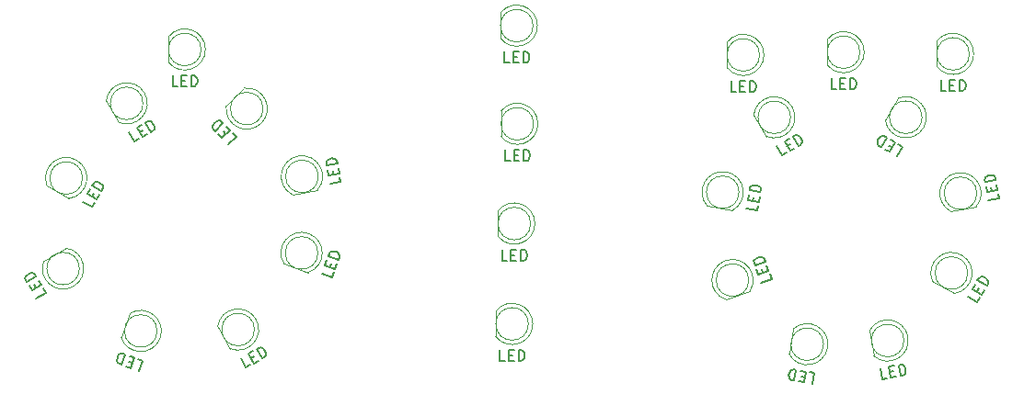
<source format=gbr>
%TF.GenerationSoftware,KiCad,Pcbnew,(6.0.7-1)-1*%
%TF.CreationDate,2023-10-29T11:35:46+10:00*%
%TF.ProjectId,HYD ISO Panel PCB V2,48594420-4953-44f2-9050-616e656c2050,rev?*%
%TF.SameCoordinates,Original*%
%TF.FileFunction,AssemblyDrawing,Top*%
%FSLAX46Y46*%
G04 Gerber Fmt 4.6, Leading zero omitted, Abs format (unit mm)*
G04 Created by KiCad (PCBNEW (6.0.7-1)-1) date 2023-10-29 11:35:46*
%MOMM*%
%LPD*%
G01*
G04 APERTURE LIST*
%ADD10C,0.150000*%
%ADD11C,0.100000*%
G04 APERTURE END LIST*
D10*
%TO.C,D1*%
X91052142Y-71562380D02*
X90575952Y-71562380D01*
X90575952Y-70562380D01*
X91385476Y-71038571D02*
X91718809Y-71038571D01*
X91861666Y-71562380D02*
X91385476Y-71562380D01*
X91385476Y-70562380D01*
X91861666Y-70562380D01*
X92290238Y-71562380D02*
X92290238Y-70562380D01*
X92528333Y-70562380D01*
X92671190Y-70610000D01*
X92766428Y-70705238D01*
X92814047Y-70800476D01*
X92861666Y-70990952D01*
X92861666Y-71133809D01*
X92814047Y-71324285D01*
X92766428Y-71419523D01*
X92671190Y-71514761D01*
X92528333Y-71562380D01*
X92290238Y-71562380D01*
%TO.C,D2*%
X96079440Y-75825749D02*
X96416157Y-76162466D01*
X95709051Y-76869573D01*
X95473348Y-75960436D02*
X95237646Y-75724733D01*
X95507020Y-75253329D02*
X95843738Y-75590046D01*
X95136631Y-76297153D01*
X94799913Y-75960436D01*
X95203974Y-74950283D02*
X94496867Y-75657390D01*
X94328509Y-75489031D01*
X94261165Y-75354344D01*
X94261165Y-75219657D01*
X94294837Y-75118642D01*
X94395852Y-74950283D01*
X94496867Y-74849268D01*
X94665226Y-74748252D01*
X94766241Y-74714581D01*
X94900928Y-74714581D01*
X95035615Y-74781924D01*
X95203974Y-74950283D01*
%TO.C,D3*%
X105951637Y-79889831D02*
X106034326Y-80358787D01*
X105049519Y-80532435D01*
X105377902Y-79652520D02*
X105320020Y-79324251D01*
X105811064Y-79092606D02*
X105893754Y-79561562D01*
X104908946Y-79735210D01*
X104826257Y-79266254D01*
X105736644Y-78670545D02*
X104751836Y-78844193D01*
X104710491Y-78609715D01*
X104732580Y-78460760D01*
X104809833Y-78350431D01*
X104895355Y-78286997D01*
X105074669Y-78207026D01*
X105215356Y-78182219D01*
X105411207Y-78196038D01*
X105513267Y-78226396D01*
X105623596Y-78303649D01*
X105695299Y-78436067D01*
X105736644Y-78670545D01*
%TO.C,D4*%
X105434984Y-88675881D02*
X105272118Y-89123354D01*
X104332425Y-88781334D01*
X105056771Y-88183497D02*
X105170778Y-87870266D01*
X105711858Y-87915177D02*
X105548991Y-88362650D01*
X104609299Y-88020630D01*
X104772165Y-87573157D01*
X105858438Y-87512452D02*
X104918745Y-87170432D01*
X105000179Y-86946696D01*
X105093786Y-86828740D01*
X105215854Y-86771819D01*
X105321635Y-86759645D01*
X105516911Y-86780045D01*
X105651153Y-86828905D01*
X105813855Y-86938799D01*
X105887063Y-87016119D01*
X105943984Y-87138187D01*
X105939871Y-87288716D01*
X105858438Y-87512452D01*
%TO.C,D5*%
X97749311Y-97241636D02*
X97336918Y-97479732D01*
X96836918Y-96613706D01*
X97776082Y-96621337D02*
X98064757Y-96454671D01*
X98450380Y-96836875D02*
X98037986Y-97074970D01*
X97537986Y-96208944D01*
X97950380Y-95970849D01*
X98821533Y-96622589D02*
X98321533Y-95756563D01*
X98527730Y-95637516D01*
X98675257Y-95607327D01*
X98805355Y-95642186D01*
X98894213Y-95700855D01*
X99030691Y-95842003D01*
X99102119Y-95965721D01*
X99156118Y-96154488D01*
X99162498Y-96260776D01*
X99127638Y-96390873D01*
X99027730Y-96503541D01*
X98821533Y-96622589D01*
%TO.C,D6*%
X87391741Y-96674527D02*
X87839214Y-96837393D01*
X87497194Y-97777086D01*
X86899357Y-97052740D02*
X86586126Y-96938733D01*
X86631037Y-96397653D02*
X87078510Y-96560520D01*
X86736490Y-97500212D01*
X86289017Y-97337346D01*
X86228312Y-96251073D02*
X85886292Y-97190766D01*
X85662556Y-97109332D01*
X85544600Y-97015725D01*
X85487679Y-96893657D01*
X85475505Y-96787876D01*
X85495905Y-96592600D01*
X85544765Y-96458358D01*
X85654659Y-96295656D01*
X85731979Y-96222448D01*
X85854047Y-96165527D01*
X86004576Y-96169640D01*
X86228312Y-96251073D01*
%TO.C,D7*%
X78647266Y-90156192D02*
X78885362Y-90568585D01*
X78019336Y-91068585D01*
X78026967Y-90129421D02*
X77860301Y-89840746D01*
X78242505Y-89455123D02*
X78480600Y-89867517D01*
X77614574Y-90367517D01*
X77376479Y-89955123D01*
X78028219Y-89083970D02*
X77162193Y-89583970D01*
X77043146Y-89377773D01*
X77012957Y-89230246D01*
X77047816Y-89100148D01*
X77106485Y-89011290D01*
X77247633Y-88874812D01*
X77371351Y-88803384D01*
X77560118Y-88749385D01*
X77666406Y-88743005D01*
X77796503Y-88777865D01*
X77909171Y-88877773D01*
X78028219Y-89083970D01*
%TO.C,D8*%
X83418779Y-82263069D02*
X83180684Y-82675462D01*
X82314659Y-82175462D01*
X83131814Y-81712489D02*
X83298480Y-81423814D01*
X83823541Y-81562000D02*
X83585446Y-81974393D01*
X82719421Y-81474393D01*
X82957516Y-81062000D01*
X84037827Y-81190847D02*
X83171802Y-80690847D01*
X83290849Y-80484650D01*
X83403517Y-80384742D01*
X83533615Y-80349882D01*
X83639903Y-80356262D01*
X83828670Y-80410261D01*
X83952387Y-80481689D01*
X84093535Y-80618167D01*
X84152204Y-80707025D01*
X84187064Y-80837123D01*
X84156875Y-80984650D01*
X84037827Y-81190847D01*
%TO.C,D9*%
X87499311Y-76391636D02*
X87086918Y-76629732D01*
X86586918Y-75763706D01*
X87526082Y-75771337D02*
X87814757Y-75604671D01*
X88200380Y-75986875D02*
X87787986Y-76224970D01*
X87287986Y-75358944D01*
X87700380Y-75120849D01*
X88571533Y-75772589D02*
X88071533Y-74906563D01*
X88277730Y-74787516D01*
X88425257Y-74757327D01*
X88555355Y-74792186D01*
X88644213Y-74850855D01*
X88780691Y-74992003D01*
X88852119Y-75115721D01*
X88906118Y-75304488D01*
X88912498Y-75410776D01*
X88877638Y-75540873D01*
X88777730Y-75653541D01*
X88571533Y-75772589D01*
%TO.C,D10*%
X121602142Y-69362380D02*
X121125952Y-69362380D01*
X121125952Y-68362380D01*
X121935476Y-68838571D02*
X122268809Y-68838571D01*
X122411666Y-69362380D02*
X121935476Y-69362380D01*
X121935476Y-68362380D01*
X122411666Y-68362380D01*
X122840238Y-69362380D02*
X122840238Y-68362380D01*
X123078333Y-68362380D01*
X123221190Y-68410000D01*
X123316428Y-68505238D01*
X123364047Y-68600476D01*
X123411666Y-68790952D01*
X123411666Y-68933809D01*
X123364047Y-69124285D01*
X123316428Y-69219523D01*
X123221190Y-69314761D01*
X123078333Y-69362380D01*
X122840238Y-69362380D01*
%TO.C,D11*%
X121652142Y-78412380D02*
X121175952Y-78412380D01*
X121175952Y-77412380D01*
X121985476Y-77888571D02*
X122318809Y-77888571D01*
X122461666Y-78412380D02*
X121985476Y-78412380D01*
X121985476Y-77412380D01*
X122461666Y-77412380D01*
X122890238Y-78412380D02*
X122890238Y-77412380D01*
X123128333Y-77412380D01*
X123271190Y-77460000D01*
X123366428Y-77555238D01*
X123414047Y-77650476D01*
X123461666Y-77840952D01*
X123461666Y-77983809D01*
X123414047Y-78174285D01*
X123366428Y-78269523D01*
X123271190Y-78364761D01*
X123128333Y-78412380D01*
X122890238Y-78412380D01*
%TO.C,D12*%
X121377142Y-87612380D02*
X120900952Y-87612380D01*
X120900952Y-86612380D01*
X121710476Y-87088571D02*
X122043809Y-87088571D01*
X122186666Y-87612380D02*
X121710476Y-87612380D01*
X121710476Y-86612380D01*
X122186666Y-86612380D01*
X122615238Y-87612380D02*
X122615238Y-86612380D01*
X122853333Y-86612380D01*
X122996190Y-86660000D01*
X123091428Y-86755238D01*
X123139047Y-86850476D01*
X123186666Y-87040952D01*
X123186666Y-87183809D01*
X123139047Y-87374285D01*
X123091428Y-87469523D01*
X122996190Y-87564761D01*
X122853333Y-87612380D01*
X122615238Y-87612380D01*
%TO.C,D13*%
X121177142Y-96862380D02*
X120700952Y-96862380D01*
X120700952Y-95862380D01*
X121510476Y-96338571D02*
X121843809Y-96338571D01*
X121986666Y-96862380D02*
X121510476Y-96862380D01*
X121510476Y-95862380D01*
X121986666Y-95862380D01*
X122415238Y-96862380D02*
X122415238Y-95862380D01*
X122653333Y-95862380D01*
X122796190Y-95910000D01*
X122891428Y-96005238D01*
X122939047Y-96100476D01*
X122986666Y-96290952D01*
X122986666Y-96433809D01*
X122939047Y-96624285D01*
X122891428Y-96719523D01*
X122796190Y-96814761D01*
X122653333Y-96862380D01*
X122415238Y-96862380D01*
%TO.C,D14*%
X142452142Y-72062380D02*
X141975952Y-72062380D01*
X141975952Y-71062380D01*
X142785476Y-71538571D02*
X143118809Y-71538571D01*
X143261666Y-72062380D02*
X142785476Y-72062380D01*
X142785476Y-71062380D01*
X143261666Y-71062380D01*
X143690238Y-72062380D02*
X143690238Y-71062380D01*
X143928333Y-71062380D01*
X144071190Y-71110000D01*
X144166428Y-71205238D01*
X144214047Y-71300476D01*
X144261666Y-71490952D01*
X144261666Y-71633809D01*
X144214047Y-71824285D01*
X144166428Y-71919523D01*
X144071190Y-72014761D01*
X143928333Y-72062380D01*
X143690238Y-72062380D01*
%TO.C,D15*%
X151677142Y-71814380D02*
X151200952Y-71814380D01*
X151200952Y-70814380D01*
X152010476Y-71290571D02*
X152343809Y-71290571D01*
X152486666Y-71814380D02*
X152010476Y-71814380D01*
X152010476Y-70814380D01*
X152486666Y-70814380D01*
X152915238Y-71814380D02*
X152915238Y-70814380D01*
X153153333Y-70814380D01*
X153296190Y-70862000D01*
X153391428Y-70957238D01*
X153439047Y-71052476D01*
X153486666Y-71242952D01*
X153486666Y-71385809D01*
X153439047Y-71576285D01*
X153391428Y-71671523D01*
X153296190Y-71766761D01*
X153153333Y-71814380D01*
X152915238Y-71814380D01*
%TO.C,D16*%
X161753142Y-71966780D02*
X161276952Y-71966780D01*
X161276952Y-70966780D01*
X162086476Y-71442971D02*
X162419809Y-71442971D01*
X162562666Y-71966780D02*
X162086476Y-71966780D01*
X162086476Y-70966780D01*
X162562666Y-70966780D01*
X162991238Y-71966780D02*
X162991238Y-70966780D01*
X163229333Y-70966780D01*
X163372190Y-71014400D01*
X163467428Y-71109638D01*
X163515047Y-71204876D01*
X163562666Y-71395352D01*
X163562666Y-71538209D01*
X163515047Y-71728685D01*
X163467428Y-71823923D01*
X163372190Y-71919161D01*
X163229333Y-71966780D01*
X162991238Y-71966780D01*
%TO.C,D17*%
X147095111Y-77679136D02*
X146682718Y-77917232D01*
X146182718Y-77051206D01*
X147121882Y-77058837D02*
X147410557Y-76892171D01*
X147796180Y-77274375D02*
X147383786Y-77512470D01*
X146883786Y-76646444D01*
X147296180Y-76408349D01*
X148167333Y-77060089D02*
X147667333Y-76194063D01*
X147873530Y-76075016D01*
X148021057Y-76044827D01*
X148151155Y-76079686D01*
X148240013Y-76138355D01*
X148376491Y-76279503D01*
X148447919Y-76403221D01*
X148501918Y-76591988D01*
X148508298Y-76698276D01*
X148473438Y-76828373D01*
X148373530Y-76941041D01*
X148167333Y-77060089D01*
%TO.C,D18*%
X157348573Y-76890590D02*
X157760966Y-77128685D01*
X157260966Y-77994710D01*
X156797993Y-77177555D02*
X156509318Y-77010889D01*
X156647504Y-76485828D02*
X157059897Y-76723923D01*
X156559897Y-77589948D01*
X156147504Y-77351853D01*
X156276351Y-76271542D02*
X155776351Y-77137567D01*
X155570154Y-77018520D01*
X155470246Y-76905852D01*
X155435386Y-76775754D01*
X155441766Y-76669466D01*
X155495765Y-76480699D01*
X155567193Y-76356982D01*
X155703671Y-76215834D01*
X155792529Y-76157165D01*
X155922627Y-76122305D01*
X156070154Y-76152494D01*
X156276351Y-76271542D01*
%TO.C,D24*%
X144448041Y-82530538D02*
X144365351Y-82999494D01*
X143380543Y-82825846D01*
X143990072Y-82111311D02*
X144047955Y-81783041D01*
X144588613Y-81733313D02*
X144505924Y-82202269D01*
X143521116Y-82028621D01*
X143603805Y-81559665D01*
X144663034Y-81311253D02*
X143678226Y-81137604D01*
X143719571Y-80903126D01*
X143791273Y-80770708D01*
X143901602Y-80693455D01*
X144003663Y-80663097D01*
X144199514Y-80649278D01*
X144340201Y-80674085D01*
X144519514Y-80754056D01*
X144605037Y-80817490D01*
X144682290Y-80927819D01*
X144704379Y-81076775D01*
X144663034Y-81311253D01*
%TO.C,D19*%
X166551637Y-81439831D02*
X166634326Y-81908787D01*
X165649519Y-82082435D01*
X165977902Y-81202520D02*
X165920020Y-80874251D01*
X166411064Y-80642606D02*
X166493754Y-81111562D01*
X165508946Y-81285210D01*
X165426257Y-80816254D01*
X166336644Y-80220545D02*
X165351836Y-80394193D01*
X165310491Y-80159715D01*
X165332580Y-80010760D01*
X165409833Y-79900431D01*
X165495355Y-79836997D01*
X165674669Y-79757026D01*
X165815356Y-79732219D01*
X166011207Y-79746038D01*
X166113267Y-79776396D01*
X166223596Y-79853649D01*
X166295299Y-79986067D01*
X166336644Y-80220545D01*
%TO.C,D23*%
X145525294Y-88843575D02*
X145688160Y-89291048D01*
X144748468Y-89633068D01*
X144919067Y-88709498D02*
X144805060Y-88396267D01*
X145248420Y-88082872D02*
X145411287Y-88530344D01*
X144471594Y-88872364D01*
X144308728Y-88424892D01*
X145101840Y-87680146D02*
X144162148Y-88022166D01*
X144080714Y-87798430D01*
X144076601Y-87647902D01*
X144133523Y-87525834D01*
X144206730Y-87448513D01*
X144369433Y-87338619D01*
X144503675Y-87289759D01*
X144698950Y-87269360D01*
X144804732Y-87281534D01*
X144926799Y-87338455D01*
X145020407Y-87456410D01*
X145101840Y-87680146D01*
%TO.C,D20*%
X164881279Y-91017269D02*
X164643184Y-91429662D01*
X163777159Y-90929662D01*
X164594314Y-90466689D02*
X164760980Y-90178014D01*
X165286041Y-90316200D02*
X165047946Y-90728593D01*
X164181921Y-90228593D01*
X164420016Y-89816200D01*
X165500327Y-89945047D02*
X164634302Y-89445047D01*
X164753349Y-89238850D01*
X164866017Y-89138942D01*
X164996115Y-89104082D01*
X165102403Y-89110462D01*
X165291170Y-89164461D01*
X165414887Y-89235889D01*
X165556035Y-89372367D01*
X165614704Y-89461225D01*
X165649564Y-89591323D01*
X165619375Y-89738850D01*
X165500327Y-89945047D01*
%TO.C,D22*%
X149173352Y-97901686D02*
X149642308Y-97984376D01*
X149468660Y-98969184D01*
X148754125Y-98359655D02*
X148425855Y-98301772D01*
X148376127Y-97761114D02*
X148845083Y-97843803D01*
X148671435Y-98828611D01*
X148202479Y-98745922D01*
X147954067Y-97686693D02*
X147780418Y-98671501D01*
X147545940Y-98630156D01*
X147413522Y-98558454D01*
X147336269Y-98448125D01*
X147305911Y-98346064D01*
X147292092Y-98150213D01*
X147316899Y-98009526D01*
X147396870Y-97830213D01*
X147460304Y-97744690D01*
X147570633Y-97667437D01*
X147719589Y-97645348D01*
X147954067Y-97686693D01*
%TO.C,D21*%
X156335168Y-98451637D02*
X155866212Y-98534326D01*
X155692564Y-97549519D01*
X156572479Y-97877902D02*
X156900748Y-97820020D01*
X157132393Y-98311064D02*
X156663437Y-98393754D01*
X156489789Y-97408946D01*
X156958745Y-97326257D01*
X157554454Y-98236644D02*
X157380806Y-97251836D01*
X157615284Y-97210491D01*
X157764239Y-97232580D01*
X157874568Y-97309833D01*
X157938002Y-97395355D01*
X158017973Y-97574669D01*
X158042780Y-97715356D01*
X158028961Y-97911207D01*
X157998603Y-98013267D01*
X157921350Y-98123596D01*
X157788932Y-98195299D01*
X157554454Y-98236644D01*
D11*
%TO.C,D1*%
X90195000Y-66983810D02*
X90195000Y-69316190D01*
X90194445Y-69315476D02*
G75*
G03*
X90195000Y-66983810I1500555J1165476D01*
G01*
X93195000Y-68150000D02*
G75*
G03*
X93195000Y-68150000I-1500000J0D01*
G01*
%TO.C,D2*%
X97161986Y-71712745D02*
X95512745Y-73361986D01*
X95512857Y-73361089D02*
G75*
G03*
X97161986Y-71712745I1885169J-236937D01*
G01*
X98898026Y-73598026D02*
G75*
G03*
X98898026Y-73598026I-1500000J0D01*
G01*
%TO.C,D3*%
X101591466Y-81529013D02*
X103888412Y-81123999D01*
X103887805Y-81124670D02*
G75*
G03*
X101591466Y-81529013I-1408338J1275376D01*
G01*
X103979466Y-79849294D02*
G75*
G03*
X103979466Y-79849294I-1499999J0D01*
G01*
%TO.C,D4*%
X100839375Y-87915369D02*
X103031096Y-88713090D01*
X103030235Y-88713368D02*
G75*
G03*
X100839375Y-87915369I-581969J1808678D01*
G01*
X103948266Y-86904690D02*
G75*
G03*
X103948266Y-86904690I-1500000J0D01*
G01*
%TO.C,D5*%
X94717719Y-93705050D02*
X95883909Y-95724950D01*
X95883072Y-95724610D02*
G75*
G03*
X94717719Y-93705050I716780J1759610D01*
G01*
X98099852Y-93965000D02*
G75*
G03*
X98099852Y-93965000I-1500000J0D01*
G01*
%TO.C,D6*%
X86634631Y-92489375D02*
X85836910Y-94681096D01*
X85836632Y-94680235D02*
G75*
G03*
X86634631Y-92489375I1808678J581969D01*
G01*
X89145310Y-94098266D02*
G75*
G03*
X89145310Y-94098266I-1500000J0D01*
G01*
%TO.C,D7*%
X80757450Y-86463519D02*
X78737550Y-87629709D01*
X78737890Y-87628872D02*
G75*
G03*
X80757450Y-86463519I1759610J-716780D01*
G01*
X81997500Y-88345652D02*
G75*
G03*
X81997500Y-88345652I-1500000J0D01*
G01*
%TO.C,D8*%
X79025050Y-80716091D02*
X81044950Y-81882281D01*
X81044054Y-81882405D02*
G75*
G03*
X79025050Y-80716091I-259054J1882257D01*
G01*
X82285000Y-80000148D02*
G75*
G03*
X82285000Y-80000148I-1500000J0D01*
G01*
%TO.C,D9*%
X84467719Y-72855050D02*
X85633909Y-74874950D01*
X85633072Y-74874610D02*
G75*
G03*
X84467719Y-72855050I716780J1759610D01*
G01*
X87849852Y-73115000D02*
G75*
G03*
X87849852Y-73115000I-1500000J0D01*
G01*
%TO.C,D10*%
X120745000Y-64783810D02*
X120745000Y-67116190D01*
X120744445Y-67115476D02*
G75*
G03*
X120745000Y-64783810I1500555J1165476D01*
G01*
X123745000Y-65950000D02*
G75*
G03*
X123745000Y-65950000I-1500000J0D01*
G01*
%TO.C,D11*%
X120795000Y-73833810D02*
X120795000Y-76166190D01*
X120794445Y-76165476D02*
G75*
G03*
X120795000Y-73833810I1500555J1165476D01*
G01*
X123795000Y-75000000D02*
G75*
G03*
X123795000Y-75000000I-1500000J0D01*
G01*
%TO.C,D12*%
X120520000Y-83033810D02*
X120520000Y-85366190D01*
X120519445Y-85365476D02*
G75*
G03*
X120520000Y-83033810I1500555J1165476D01*
G01*
X123520000Y-84200000D02*
G75*
G03*
X123520000Y-84200000I-1500000J0D01*
G01*
%TO.C,D13*%
X120320000Y-92283810D02*
X120320000Y-94616190D01*
X120319445Y-94615476D02*
G75*
G03*
X120320000Y-92283810I1500555J1165476D01*
G01*
X123320000Y-93450000D02*
G75*
G03*
X123320000Y-93450000I-1500000J0D01*
G01*
%TO.C,D14*%
X141595000Y-67483810D02*
X141595000Y-69816190D01*
X141594445Y-69815476D02*
G75*
G03*
X141595000Y-67483810I1500555J1165476D01*
G01*
X144595000Y-68650000D02*
G75*
G03*
X144595000Y-68650000I-1500000J0D01*
G01*
%TO.C,D15*%
X150820000Y-67235810D02*
X150820000Y-69568190D01*
X150819445Y-69567476D02*
G75*
G03*
X150820000Y-67235810I1500555J1165476D01*
G01*
X153820000Y-68402000D02*
G75*
G03*
X153820000Y-68402000I-1500000J0D01*
G01*
%TO.C,D16*%
X160896000Y-67388210D02*
X160896000Y-69720590D01*
X160895445Y-69719876D02*
G75*
G03*
X160896000Y-67388210I1500555J1165476D01*
G01*
X163896000Y-68554400D02*
G75*
G03*
X163896000Y-68554400I-1500000J0D01*
G01*
%TO.C,D17*%
X144063519Y-74142550D02*
X145229709Y-76162450D01*
X145228872Y-76162110D02*
G75*
G03*
X144063519Y-74142550I716780J1759610D01*
G01*
X147445652Y-74402500D02*
G75*
G03*
X147445652Y-74402500I-1500000J0D01*
G01*
%TO.C,D18*%
X157329709Y-72637550D02*
X156163519Y-74657450D01*
X156163395Y-74656554D02*
G75*
G03*
X157329709Y-72637550I1882257J259054D01*
G01*
X159545652Y-74397500D02*
G75*
G03*
X159545652Y-74397500I-1500000J0D01*
G01*
%TO.C,D24*%
X139790188Y-82579599D02*
X142087134Y-82984613D01*
X142086334Y-82985035D02*
G75*
G03*
X139790188Y-82579599I-887201J1680141D01*
G01*
X142699132Y-81304894D02*
G75*
G03*
X142699132Y-81304894I-1499999J0D01*
G01*
%TO.C,D19*%
X162191466Y-83079013D02*
X164488412Y-82673999D01*
X164487805Y-82674670D02*
G75*
G03*
X162191466Y-83079013I-1408338J1275376D01*
G01*
X164579466Y-81399294D02*
G75*
G03*
X164579466Y-81399294I-1499999J0D01*
G01*
%TO.C,D23*%
X141516004Y-91214990D02*
X143707725Y-90417269D01*
X143707243Y-90418034D02*
G75*
G03*
X141516004Y-91214990I-1608409J1011444D01*
G01*
X143598834Y-89406590D02*
G75*
G03*
X143598834Y-89406590I-1500000J0D01*
G01*
%TO.C,D20*%
X160487550Y-89470291D02*
X162507450Y-90636481D01*
X162506554Y-90636605D02*
G75*
G03*
X160487550Y-89470291I-259054J1882257D01*
G01*
X163747500Y-88754348D02*
G75*
G03*
X163747500Y-88754348I-1500000J0D01*
G01*
%TO.C,D22*%
X147701001Y-93911588D02*
X147295987Y-96208534D01*
X147295565Y-96207734D02*
G75*
G03*
X147701001Y-93911588I1680141J887201D01*
G01*
X150475705Y-95320533D02*
G75*
G03*
X150475705Y-95320533I-1499999J0D01*
G01*
%TO.C,D21*%
X154695987Y-94091466D02*
X155101001Y-96388412D01*
X155100330Y-96387805D02*
G75*
G03*
X154695987Y-94091466I1275376J1408338D01*
G01*
X157875705Y-94979467D02*
G75*
G03*
X157875705Y-94979467I-1499999J0D01*
G01*
%TD*%
M02*

</source>
